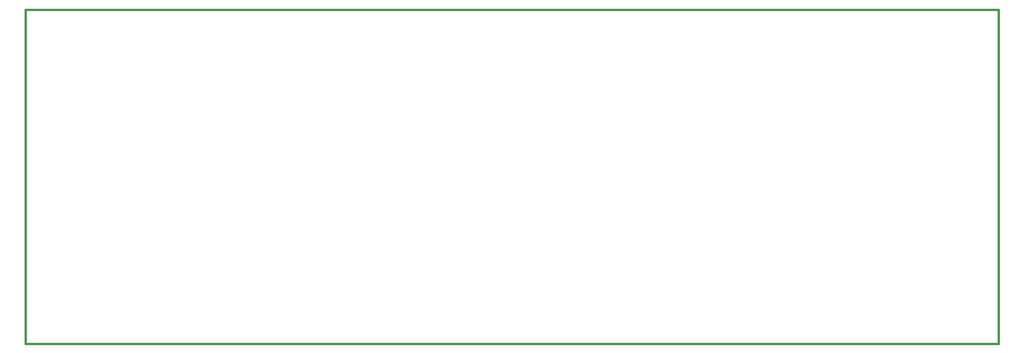
<source format=gbr>
G04 (created by PCBNEW-RS274X (2011-07-19)-testing) date Thu 01 Mar 2012 04:31:09 PM PST*
G01*
G70*
G90*
%MOIN*%
G04 Gerber Fmt 3.4, Leading zero omitted, Abs format*
%FSLAX34Y34*%
G04 APERTURE LIST*
%ADD10C,0.006000*%
%ADD11C,0.015000*%
G04 APERTURE END LIST*
G54D10*
G54D11*
X95000Y-28350D02*
X95000Y-52450D01*
X25000Y-28350D02*
X25000Y-52450D01*
X95000Y-28350D02*
X25000Y-28350D01*
X95000Y-52450D02*
X25000Y-52450D01*
M02*

</source>
